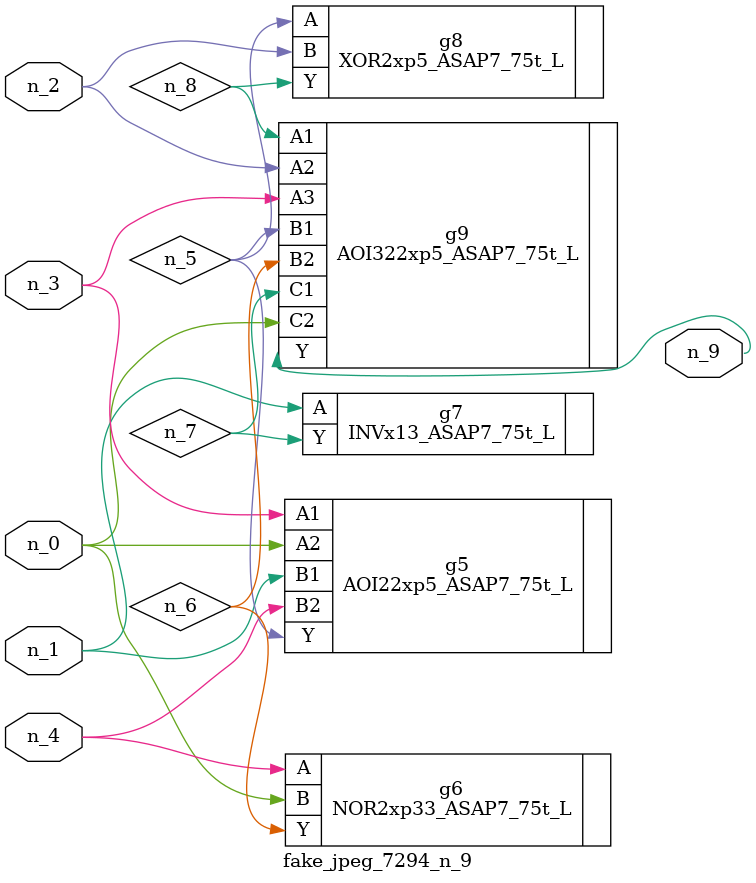
<source format=v>
module fake_jpeg_7294_n_9 (n_3, n_2, n_1, n_0, n_4, n_9);

input n_3;
input n_2;
input n_1;
input n_0;
input n_4;

output n_9;

wire n_8;
wire n_6;
wire n_5;
wire n_7;

AOI22xp5_ASAP7_75t_L g5 ( 
.A1(n_3),
.A2(n_0),
.B1(n_1),
.B2(n_4),
.Y(n_5)
);

NOR2xp33_ASAP7_75t_L g6 ( 
.A(n_4),
.B(n_0),
.Y(n_6)
);

INVx13_ASAP7_75t_L g7 ( 
.A(n_1),
.Y(n_7)
);

XOR2xp5_ASAP7_75t_L g8 ( 
.A(n_5),
.B(n_2),
.Y(n_8)
);

AOI322xp5_ASAP7_75t_L g9 ( 
.A1(n_8),
.A2(n_2),
.A3(n_3),
.B1(n_5),
.B2(n_6),
.C1(n_7),
.C2(n_0),
.Y(n_9)
);


endmodule
</source>
